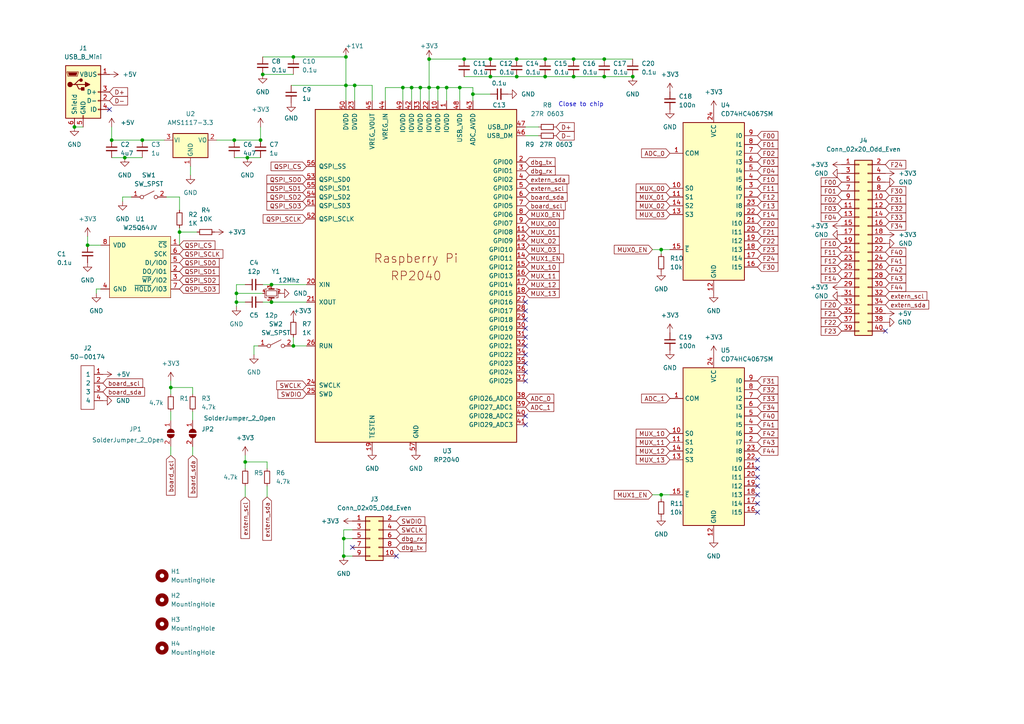
<source format=kicad_sch>
(kicad_sch (version 20211123) (generator eeschema)
  (paper "A4")
  (junction (at 158.115 22.225))
  (junction (at 124.46 25.4))
  (junction (at 100.33 16.51))
  (junction (at 183.515 22.225))
  (junction (at 78.74 82.55))
  (junction (at 137.16 27.305))
  (junction (at 67.945 40.64))
  (junction (at 121.92 25.4))
  (junction (at 127 25.4))
  (junction (at 85.09 100.33))
  (junction (at 71.755 45.72))
  (junction (at 129.54 25.4))
  (junction (at 191.77 72.39))
  (junction (at 166.37 17.145))
  (junction (at 124.46 17.145))
  (junction (at 21.59 36.83))
  (junction (at 149.86 17.145))
  (junction (at 99.695 156.21))
  (junction (at 142.24 22.225))
  (junction (at 142.24 17.145))
  (junction (at 119.38 25.4))
  (junction (at 166.37 22.225))
  (junction (at 36.195 45.72))
  (junction (at 100.33 24.765))
  (junction (at 75.565 40.64))
  (junction (at 99.695 161.29))
  (junction (at 149.86 22.225))
  (junction (at 175.26 17.145))
  (junction (at 191.77 143.51))
  (junction (at 52.07 67.31))
  (junction (at 32.385 40.64))
  (junction (at 41.275 40.64))
  (junction (at 68.58 87.63))
  (junction (at 49.53 112.395))
  (junction (at 116.84 25.4))
  (junction (at 133.35 25.4))
  (junction (at 102.87 24.765))
  (junction (at 175.26 22.225))
  (junction (at 76.2 21.59))
  (junction (at 134.62 17.145))
  (junction (at 85.09 16.51))
  (junction (at 25.4 71.12))
  (junction (at 158.115 17.145))
  (junction (at 68.58 85.09))
  (junction (at 71.12 133.985))
  (junction (at 78.74 87.63))
  (no_connect (at 219.71 135.89))
  (no_connect (at 219.71 143.51))
  (no_connect (at 219.71 133.35))
  (no_connect (at 219.71 138.43))
  (no_connect (at 152.4 87.63))
  (no_connect (at 152.4 90.17))
  (no_connect (at 152.4 92.71))
  (no_connect (at 152.4 95.25))
  (no_connect (at 152.4 97.79))
  (no_connect (at 152.4 100.33))
  (no_connect (at 152.4 102.87))
  (no_connect (at 152.4 105.41))
  (no_connect (at 152.4 107.95))
  (no_connect (at 152.4 110.49))
  (no_connect (at 152.4 120.65))
  (no_connect (at 152.4 123.19))
  (no_connect (at 102.235 158.75))
  (no_connect (at 219.71 140.97))
  (no_connect (at 256.794 96.012))
  (no_connect (at 114.935 161.29))
  (no_connect (at 31.75 31.75))
  (no_connect (at 219.71 148.59))
  (no_connect (at 219.71 146.05))
  (wire (pts (xy 76.2 87.63) (xy 78.74 87.63)))
  (wire (pts (xy 99.695 156.21) (xy 102.235 156.21)))
  (wire (pts (xy 149.86 17.145) (xy 158.115 17.145)))
  (wire (pts (xy 68.58 87.63) (xy 68.58 88.9)))
  (wire (pts (xy 68.58 87.63) (xy 71.12 87.63)))
  (wire (pts (xy 107.95 29.21) (xy 107.95 24.765)))
  (wire (pts (xy 49.53 119.38) (xy 49.53 121.92)))
  (wire (pts (xy 100.33 24.765) (xy 102.87 24.765)))
  (wire (pts (xy 68.58 85.09) (xy 68.58 87.63)))
  (wire (pts (xy 175.26 22.225) (xy 183.515 22.225)))
  (wire (pts (xy 67.945 45.72) (xy 71.755 45.72)))
  (wire (pts (xy 52.07 66.04) (xy 52.07 67.31)))
  (wire (pts (xy 25.4 71.12) (xy 25.4 68.58)))
  (wire (pts (xy 84.455 24.765) (xy 100.33 24.765)))
  (wire (pts (xy 62.865 40.64) (xy 67.945 40.64)))
  (wire (pts (xy 137.16 27.305) (xy 142.24 27.305)))
  (wire (pts (xy 119.38 25.4) (xy 119.38 29.21)))
  (wire (pts (xy 71.755 45.72) (xy 75.565 45.72)))
  (wire (pts (xy 100.33 24.765) (xy 100.33 29.21)))
  (wire (pts (xy 111.76 29.21) (xy 111.76 25.4)))
  (wire (pts (xy 129.54 25.4) (xy 133.35 25.4)))
  (wire (pts (xy 137.16 25.4) (xy 137.16 27.305)))
  (wire (pts (xy 191.77 143.51) (xy 191.77 144.78)))
  (wire (pts (xy 21.59 36.83) (xy 24.13 36.83)))
  (wire (pts (xy 76.2 21.59) (xy 85.09 21.59)))
  (wire (pts (xy 166.37 22.225) (xy 175.26 22.225)))
  (wire (pts (xy 55.88 119.38) (xy 55.88 121.92)))
  (wire (pts (xy 127 25.4) (xy 127 29.21)))
  (wire (pts (xy 124.46 25.4) (xy 124.46 29.21)))
  (wire (pts (xy 68.58 82.55) (xy 68.58 85.09)))
  (wire (pts (xy 137.16 27.305) (xy 137.16 29.21)))
  (wire (pts (xy 158.115 22.225) (xy 166.37 22.225)))
  (wire (pts (xy 116.84 29.21) (xy 116.84 25.4)))
  (wire (pts (xy 52.07 57.15) (xy 48.26 57.15)))
  (wire (pts (xy 133.35 25.4) (xy 137.16 25.4)))
  (wire (pts (xy 142.24 17.145) (xy 149.86 17.145)))
  (wire (pts (xy 55.88 129.54) (xy 55.88 132.08)))
  (wire (pts (xy 49.53 112.395) (xy 49.53 114.3)))
  (wire (pts (xy 149.86 22.225) (xy 158.115 22.225)))
  (wire (pts (xy 41.275 40.64) (xy 47.625 40.64)))
  (wire (pts (xy 49.53 129.54) (xy 49.53 132.08)))
  (wire (pts (xy 119.38 25.4) (xy 121.92 25.4)))
  (wire (pts (xy 32.385 40.64) (xy 41.275 40.64)))
  (wire (pts (xy 36.195 45.72) (xy 41.275 45.72)))
  (wire (pts (xy 76.2 82.55) (xy 78.74 82.55)))
  (wire (pts (xy 166.37 17.145) (xy 175.26 17.145)))
  (wire (pts (xy 99.695 161.29) (xy 99.695 156.21)))
  (wire (pts (xy 35.56 57.15) (xy 38.1 57.15)))
  (wire (pts (xy 73.66 102.87) (xy 73.66 100.33)))
  (wire (pts (xy 121.92 25.4) (xy 121.92 29.21)))
  (wire (pts (xy 77.47 133.985) (xy 71.12 133.985)))
  (wire (pts (xy 75.565 36.83) (xy 75.565 40.64)))
  (wire (pts (xy 158.115 17.145) (xy 166.37 17.145)))
  (wire (pts (xy 27.94 85.09) (xy 27.94 83.82)))
  (wire (pts (xy 152.4 39.37) (xy 156.21 39.37)))
  (wire (pts (xy 55.88 112.395) (xy 49.53 112.395)))
  (wire (pts (xy 121.92 25.4) (xy 124.46 25.4)))
  (wire (pts (xy 77.47 135.89) (xy 77.47 133.985)))
  (wire (pts (xy 52.07 67.31) (xy 57.15 67.31)))
  (wire (pts (xy 76.2 16.51) (xy 85.09 16.51)))
  (wire (pts (xy 99.695 156.21) (xy 99.695 153.67)))
  (wire (pts (xy 134.62 17.145) (xy 142.24 17.145)))
  (wire (pts (xy 134.62 22.225) (xy 142.24 22.225)))
  (wire (pts (xy 194.31 72.39) (xy 191.77 72.39)))
  (wire (pts (xy 124.46 17.145) (xy 124.46 25.4)))
  (wire (pts (xy 71.12 132.08) (xy 71.12 133.985)))
  (wire (pts (xy 194.31 143.51) (xy 191.77 143.51)))
  (wire (pts (xy 55.245 48.26) (xy 55.245 50.8)))
  (wire (pts (xy 71.12 82.55) (xy 68.58 82.55)))
  (wire (pts (xy 133.35 25.4) (xy 133.35 29.21)))
  (wire (pts (xy 102.87 24.765) (xy 102.87 29.21)))
  (wire (pts (xy 100.33 16.51) (xy 85.09 16.51)))
  (wire (pts (xy 142.24 22.225) (xy 149.86 22.225)))
  (wire (pts (xy 71.12 133.985) (xy 71.12 135.89)))
  (wire (pts (xy 78.74 82.55) (xy 88.9 82.55)))
  (wire (pts (xy 129.54 25.4) (xy 129.54 29.21)))
  (wire (pts (xy 67.945 40.64) (xy 75.565 40.64)))
  (wire (pts (xy 88.9 100.33) (xy 85.09 100.33)))
  (wire (pts (xy 124.46 17.145) (xy 134.62 17.145)))
  (wire (pts (xy 111.76 25.4) (xy 116.84 25.4)))
  (wire (pts (xy 189.23 72.39) (xy 191.77 72.39)))
  (wire (pts (xy 191.77 72.39) (xy 191.77 73.66)))
  (wire (pts (xy 52.07 67.31) (xy 52.07 71.12)))
  (wire (pts (xy 152.4 36.83) (xy 156.21 36.83)))
  (wire (pts (xy 71.12 140.97) (xy 71.12 144.145)))
  (wire (pts (xy 32.385 45.72) (xy 36.195 45.72)))
  (wire (pts (xy 49.53 110.49) (xy 49.53 112.395)))
  (wire (pts (xy 100.33 24.765) (xy 100.33 16.51)))
  (wire (pts (xy 73.66 100.33) (xy 74.93 100.33)))
  (wire (pts (xy 55.88 114.3) (xy 55.88 112.395)))
  (wire (pts (xy 127 25.4) (xy 129.54 25.4)))
  (wire (pts (xy 52.07 60.96) (xy 52.07 57.15)))
  (wire (pts (xy 116.84 25.4) (xy 119.38 25.4)))
  (wire (pts (xy 68.58 85.09) (xy 76.2 85.09)))
  (wire (pts (xy 124.46 25.4) (xy 127 25.4)))
  (wire (pts (xy 35.56 58.42) (xy 35.56 57.15)))
  (wire (pts (xy 99.695 153.67) (xy 102.235 153.67)))
  (wire (pts (xy 107.95 24.765) (xy 102.87 24.765)))
  (wire (pts (xy 78.74 87.63) (xy 88.9 87.63)))
  (wire (pts (xy 27.94 83.82) (xy 29.21 83.82)))
  (wire (pts (xy 99.695 161.29) (xy 102.235 161.29)))
  (wire (pts (xy 29.21 71.12) (xy 25.4 71.12)))
  (wire (pts (xy 77.47 140.97) (xy 77.47 144.145)))
  (wire (pts (xy 175.26 17.145) (xy 183.515 17.145)))
  (wire (pts (xy 189.23 143.51) (xy 191.77 143.51)))
  (wire (pts (xy 32.385 36.83) (xy 32.385 40.64)))
  (wire (pts (xy 85.09 100.33) (xy 85.09 97.79)))
  (text "Close to chip" (at 161.925 31.115 0) (effects (font (size 1.27 1.27)) (justify left bottom)))
  (global_label "QSPI_CS" (shape input) (at 52.07 71.12 0) (property "Intersheet References" "${INTERSHEET_REFS}" (effects hide)))
  (global_label "MUX1_EN" (shape input) (at 152.4 74.93 0) (property "Intersheet References" "${INTERSHEET_REFS}" (effects hide)))
  (global_label "SWDIO" (shape input) (at 88.9 114.3 180) (property "Intersheet References" "${INTERSHEET_REFS}" (effects hide)))
  (global_label "ADC_0" (shape input) (at 152.4 115.57 0) (property "Intersheet References" "${INTERSHEET_REFS}" (effects hide)))
  (global_label "F32" (shape input) (at 256.794 60.452 0) (property "Intersheet References" "${INTERSHEET_REFS}" (effects hide)))
  (global_label "MUX_01" (shape input) (at 152.4 67.31 0) (property "Intersheet References" "${INTERSHEET_REFS}" (effects hide)))
  (global_label "F02" (shape input) (at 244.094 57.912 180) (property "Intersheet References" "${INTERSHEET_REFS}" (effects hide)))
  (global_label "MUX_13" (shape input) (at 194.31 133.35 180) (property "Intersheet References" "${INTERSHEET_REFS}" (effects hide)))
  (global_label "MUX_12" (shape input) (at 194.31 130.81 180) (property "Intersheet References" "${INTERSHEET_REFS}" (effects hide)))
  (global_label "QSPI_SD1" (shape input) (at 52.07 78.74 0) (property "Intersheet References" "${INTERSHEET_REFS}" (effects hide)))
  (global_label "F21" (shape input) (at 219.71 67.31 0) (property "Intersheet References" "${INTERSHEET_REFS}" (effects hide)))
  (global_label "F00" (shape input) (at 244.094 52.832 180) (property "Intersheet References" "${INTERSHEET_REFS}" (effects hide)))
  (global_label "F23" (shape input) (at 219.71 72.39 0) (property "Intersheet References" "${INTERSHEET_REFS}" (effects hide)))
  (global_label "MUX_03" (shape input) (at 152.4 72.39 0) (property "Intersheet References" "${INTERSHEET_REFS}" (effects hide)))
  (global_label "F24" (shape input) (at 256.794 47.752 0) (property "Intersheet References" "${INTERSHEET_REFS}" (effects hide)))
  (global_label "F32" (shape input) (at 219.71 113.03 0) (property "Intersheet References" "${INTERSHEET_REFS}" (effects hide)))
  (global_label "MUX_10" (shape input) (at 152.4 77.47 0) (property "Intersheet References" "${INTERSHEET_REFS}" (effects hide)))
  (global_label "extern_sda" (shape input) (at 77.47 144.145 270) (property "Intersheet References" "${INTERSHEET_REFS}" (effects hide)))
  (global_label "MUX1_EN" (shape input) (at 189.23 143.51 180) (property "Intersheet References" "${INTERSHEET_REFS}" (effects hide)))
  (global_label "F11" (shape input) (at 219.71 54.61 0) (property "Intersheet References" "${INTERSHEET_REFS}" (effects hide)))
  (global_label "F41" (shape input) (at 256.794 75.692 0) (property "Intersheet References" "${INTERSHEET_REFS}" (effects hide)))
  (global_label "extern_sda" (shape input) (at 256.794 88.392 0) (property "Intersheet References" "${INTERSHEET_REFS}" (effects hide)))
  (global_label "MUX_12" (shape input) (at 152.4 82.55 0) (property "Intersheet References" "${INTERSHEET_REFS}" (effects hide)))
  (global_label "F40" (shape input) (at 219.71 120.65 0) (property "Intersheet References" "${INTERSHEET_REFS}" (effects hide)))
  (global_label "extern_scl" (shape input) (at 152.4 54.61 0) (property "Intersheet References" "${INTERSHEET_REFS}" (effects hide)))
  (global_label "MUX_13" (shape input) (at 152.4 85.09 0) (property "Intersheet References" "${INTERSHEET_REFS}" (effects hide)))
  (global_label "QSPI_SCLK" (shape input) (at 88.9 63.5 180) (property "Intersheet References" "${INTERSHEET_REFS}" (effects hide)))
  (global_label "F03" (shape input) (at 244.094 60.452 180) (property "Intersheet References" "${INTERSHEET_REFS}" (effects hide)))
  (global_label "QSPI_SD0" (shape input) (at 88.9 52.07 180) (property "Intersheet References" "${INTERSHEET_REFS}" (effects hide)))
  (global_label "F12" (shape input) (at 244.094 75.692 180) (property "Intersheet References" "${INTERSHEET_REFS}" (effects hide)))
  (global_label "F20" (shape input) (at 244.094 88.392 180) (property "Intersheet References" "${INTERSHEET_REFS}" (effects hide)))
  (global_label "F12" (shape input) (at 219.71 57.15 0) (property "Intersheet References" "${INTERSHEET_REFS}" (effects hide)))
  (global_label "extern_scl" (shape input) (at 256.794 85.852 0) (property "Intersheet References" "${INTERSHEET_REFS}" (effects hide)))
  (global_label "MUX0_EN" (shape input) (at 189.23 72.39 180) (property "Intersheet References" "${INTERSHEET_REFS}" (effects hide)))
  (global_label "F02" (shape input) (at 219.71 44.45 0) (property "Intersheet References" "${INTERSHEET_REFS}" (effects hide)))
  (global_label "MUX_01" (shape input) (at 194.31 57.15 180) (property "Intersheet References" "${INTERSHEET_REFS}" (effects hide)))
  (global_label "F34" (shape input) (at 256.794 65.532 0) (property "Intersheet References" "${INTERSHEET_REFS}" (effects hide)))
  (global_label "F33" (shape input) (at 256.794 62.992 0) (property "Intersheet References" "${INTERSHEET_REFS}" (effects hide)))
  (global_label "dbg_rx" (shape input) (at 114.935 156.21 0) (property "Intersheet References" "${INTERSHEET_REFS}" (effects hide)))
  (global_label "F30" (shape input) (at 219.71 77.47 0) (property "Intersheet References" "${INTERSHEET_REFS}" (effects hide)))
  (global_label "QSPI_SD3" (shape input) (at 52.07 83.82 0) (property "Intersheet References" "${INTERSHEET_REFS}" (effects hide)))
  (global_label "F10" (shape input) (at 219.71 52.07 0) (property "Intersheet References" "${INTERSHEET_REFS}" (effects hide)))
  (global_label "ADC_1" (shape input) (at 152.4 118.11 0) (property "Intersheet References" "${INTERSHEET_REFS}" (effects hide)))
  (global_label "ADC_1" (shape input) (at 194.31 115.57 180) (property "Intersheet References" "${INTERSHEET_REFS}" (effects hide)))
  (global_label "F42" (shape input) (at 256.794 78.232 0) (property "Intersheet References" "${INTERSHEET_REFS}" (effects hide)))
  (global_label "D-" (shape input) (at 161.29 39.37 0) (property "Intersheet References" "${INTERSHEET_REFS}" (effects hide)))
  (global_label "F31" (shape input) (at 256.794 57.912 0) (property "Intersheet References" "${INTERSHEET_REFS}" (effects hide)))
  (global_label "F20" (shape input) (at 219.71 64.77 0) (property "Intersheet References" "${INTERSHEET_REFS}" (effects hide)))
  (global_label "F42" (shape input) (at 219.71 125.73 0) (property "Intersheet References" "${INTERSHEET_REFS}" (effects hide)))
  (global_label "F22" (shape input) (at 219.71 69.85 0) (property "Intersheet References" "${INTERSHEET_REFS}" (effects hide)))
  (global_label "MUX_02" (shape input) (at 194.31 59.69 180) (property "Intersheet References" "${INTERSHEET_REFS}" (effects hide)))
  (global_label "dbg_tx" (shape input) (at 114.935 158.75 0) (property "Intersheet References" "${INTERSHEET_REFS}" (effects hide)))
  (global_label "dbg_tx" (shape input) (at 152.4 46.99 0) (property "Intersheet References" "${INTERSHEET_REFS}" (effects hide)))
  (global_label "QSPI_SD1" (shape input) (at 88.9 54.61 180) (property "Intersheet References" "${INTERSHEET_REFS}" (effects hide)))
  (global_label "MUX_00" (shape input) (at 152.4 64.77 0) (property "Intersheet References" "${INTERSHEET_REFS}" (effects hide)))
  (global_label "D-" (shape input) (at 31.75 29.21 0) (property "Intersheet References" "${INTERSHEET_REFS}" (effects hide)))
  (global_label "F01" (shape input) (at 219.71 41.91 0) (property "Intersheet References" "${INTERSHEET_REFS}" (effects hide)))
  (global_label "F44" (shape input) (at 256.794 83.312 0) (property "Intersheet References" "${INTERSHEET_REFS}" (effects hide)))
  (global_label "SWCLK" (shape input) (at 88.9 111.76 180) (property "Intersheet References" "${INTERSHEET_REFS}" (effects hide)))
  (global_label "QSPI_CS" (shape input) (at 88.9 48.26 180) (property "Intersheet References" "${INTERSHEET_REFS}" (effects hide)))
  (global_label "F01" (shape input) (at 244.094 55.372 180) (property "Intersheet References" "${INTERSHEET_REFS}" (effects hide)))
  (global_label "MUX_11" (shape input) (at 152.4 80.01 0) (property "Intersheet References" "${INTERSHEET_REFS}" (effects hide)))
  (global_label "extern_scl" (shape input) (at 71.12 144.145 270) (property "Intersheet References" "${INTERSHEET_REFS}" (effects hide)))
  (global_label "board_scl" (shape input) (at 152.4 59.69 0) (property "Intersheet References" "${INTERSHEET_REFS}" (effects hide)))
  (global_label "F30" (shape input) (at 256.794 55.372 0) (property "Intersheet References" "${INTERSHEET_REFS}" (effects hide)))
  (global_label "MUX_03" (shape input) (at 194.31 62.23 180) (property "Intersheet References" "${INTERSHEET_REFS}" (effects hide)))
  (global_label "F14" (shape input) (at 219.71 62.23 0) (property "Intersheet References" "${INTERSHEET_REFS}" (effects hide)))
  (global_label "F21" (shape input) (at 244.094 90.932 180) (property "Intersheet References" "${INTERSHEET_REFS}" (effects hide)))
  (global_label "MUX_02" (shape input) (at 152.4 69.85 0) (property "Intersheet References" "${INTERSHEET_REFS}" (effects hide)))
  (global_label "SWCLK" (shape input) (at 114.935 153.67 0) (property "Intersheet References" "${INTERSHEET_REFS}" (effects hide)))
  (global_label "F40" (shape input) (at 256.794 73.152 0) (property "Intersheet References" "${INTERSHEET_REFS}" (effects hide)))
  (global_label "D+" (shape input) (at 161.29 36.83 0) (property "Intersheet References" "${INTERSHEET_REFS}" (effects hide)))
  (global_label "F13" (shape input) (at 219.71 59.69 0) (property "Intersheet References" "${INTERSHEET_REFS}" (effects hide)))
  (global_label "F03" (shape input) (at 219.71 46.99 0) (property "Intersheet References" "${INTERSHEET_REFS}" (effects hide)))
  (global_label "board_sda" (shape input) (at 152.4 57.15 0) (property "Intersheet References" "${INTERSHEET_REFS}" (effects hide)))
  (global_label "F41" (shape input) (at 219.71 123.19 0) (property "Intersheet References" "${INTERSHEET_REFS}" (effects hide)))
  (global_label "F00" (shape input) (at 219.71 39.37 0) (property "Intersheet References" "${INTERSHEET_REFS}" (effects hide)))
  (global_label "F23" (shape input) (at 244.094 96.012 180) (property "Intersheet References" "${INTERSHEET_REFS}" (effects hide)))
  (global_label "F13" (shape input) (at 244.094 78.232 180) (property "Intersheet References" "${INTERSHEET_REFS}" (effects hide)))
  (global_label "F14" (shape input) (at 244.094 80.772 180) (property "Intersheet References" "${INTERSHEET_REFS}" (effects hide)))
  (global_label "QSPI_SD0" (shape input) (at 52.07 76.2 0) (property "Intersheet References" "${INTERSHEET_REFS}" (effects hide)))
  (global_label "F24" (shape input) (at 219.71 74.93 0) (property "Intersheet References" "${INTERSHEET_REFS}" (effects hide)))
  (global_label "board_sda" (shape input) (at 55.88 132.08 270) (property "Intersheet References" "${INTERSHEET_REFS}" (effects hide)))
  (global_label "F10" (shape input) (at 244.094 70.612 180) (property "Intersheet References" "${INTERSHEET_REFS}" (effects hide)))
  (global_label "MUX_11" (shape input) (at 194.31 128.27 180) (property "Intersheet References" "${INTERSHEET_REFS}" (effects hide)))
  (global_label "SWDIO" (shape input) (at 114.935 151.13 0) (property "Intersheet References" "${INTERSHEET_REFS}" (effects hide)))
  (global_label "F43" (shape input) (at 256.794 80.772 0) (property "Intersheet References" "${INTERSHEET_REFS}" (effects hide)))
  (global_label "QSPI_SD3" (shape input) (at 88.9 59.69 180) (property "Intersheet References" "${INTERSHEET_REFS}" (effects hide)))
  (global_label "board_scl" (shape input) (at 49.53 132.08 270) (property "Intersheet References" "${INTERSHEET_REFS}" (effects hide)))
  (global_label "MUX_10" (shape input) (at 194.31 125.73 180) (property "Intersheet References" "${INTERSHEET_REFS}" (effects hide)))
  (global_label "board_sda" (shape input) (at 29.845 113.665 0) (property "Intersheet References" "${INTERSHEET_REFS}" (effects hide)))
  (global_label "F44" (shape input) (at 219.71 130.81 0) (property "Intersheet References" "${INTERSHEET_REFS}" (effects hide)))
  (global_label "F43" (shape input) (at 219.71 128.27 0) (property "Intersheet References" "${INTERSHEET_REFS}" (effects hide)))
  (global_label "extern_sda" (shape input) (at 152.4 52.07 0) (property "Intersheet References" "${INTERSHEET_REFS}" (effects hide)))
  (global_label "D+" (shape input) (at 31.75 26.67 0) (property "Intersheet References" "${INTERSHEET_REFS}" (effects hide)))
  (global_label "ADC_0" (shape input) (at 194.31 44.45 180) (property "Intersheet References" "${INTERSHEET_REFS}" (effects hide)))
  (global_label "F11" (shape input) (at 244.094 73.152 180) (property "Intersheet References" "${INTERSHEET_REFS}" (effects hide)))
  (global_label "MUX_00" (shape input) (at 194.31 54.61 180) (property "Intersheet References" "${INTERSHEET_REFS}" (effects hide)))
  (global_label "QSPI_SD2" (shape input) (at 52.07 81.28 0) (property "Intersheet References" "${INTERSHEET_REFS}" (effects hide)))
  (global_label "QSPI_SD2" (shape input) (at 88.9 57.15 180) (property "Intersheet References" "${INTERSHEET_REFS}" (effects hide)))
  (global_label "F33" (shape input) (at 219.71 115.57 0) (property "Intersheet References" "${INTERSHEET_REFS}" (effects hide)))
  (global_label "F04" (shape input) (at 244.094 62.992 180) (property "Intersheet References" "${INTERSHEET_REFS}" (effects hide)))
  (global_label "F04" (shape input) (at 219.71 49.53 0) (property "Intersheet References" "${INTERSHEET_REFS}" (effects hide)))
  (global_label "F31" (shape input) (at 219.71 110.49 0) (property "Intersheet References" "${INTERSHEET_REFS}" (effects hide)))
  (global_label "QSPI_SCLK" (shape input) (at 52.07 73.66 0) (property "Intersheet References" "${INTERSHEET_REFS}" (effects hide)))
  (global_label "MUX0_EN" (shape input) (at 152.4 62.23 0) (property "Intersheet References" "${INTERSHEET_REFS}" (effects hide)))
  (global_label "F34" (shape input) (at 219.71 118.11 0) (property "Intersheet References" "${INTERSHEET_REFS}" (effects hide)))
  (global_label "F22" (shape input) (at 244.094 93.472 180) (property "Intersheet References" "${INTERSHEET_REFS}" (effects hide)))
  (global_label "dbg_rx" (shape input) (at 152.4 49.53 0) (property "Intersheet References" "${INTERSHEET_REFS}" (effects hide)))
  (global_label "board_scl" (shape input) (at 29.845 111.125 0) (property "Intersheet References" "${INTERSHEET_REFS}" (effects hide)))
  (symbol (lib_id "power:GND") (at 36.195 45.72 0) (unit 1)
    (property "Reference" "#PWR010" (effects hide))
    (property "Value" "GND" (at 36.195 50.8 0))
  )
  (symbol (lib_id "power:GND") (at 256.794 70.612 90) (mirror x) (unit 1)
    (property "Reference" "#PWR049" (effects hide))
    (property "Value" "GND" (at 260.604 70.6119 90) (effects (justify right)))
  )
  (symbol (lib_id "power:GND") (at 194.31 101.6 0) (unit 1)
    (property "Reference" "#PWR035" (effects hide))
    (property "Value" "GND" (at 194.31 106.68 0))
  )
  (symbol (lib_id "Device:C_Small") (at 183.515 19.685 0) (unit 1)
    (property "Reference" "C20" (at 186.055 18.4212 0) (effects (justify left)))
    (property "Value" "0.1u" (at 186.055 20.9612 0) (effects (justify left)))
    (property "Footprint" "Capacitor_SMD:C_0402_1005Metric" (effects hide))
  )
  (symbol (lib_id "power:+3.3V") (at 244.094 65.532 90) (mirror x) (unit 1)
    (property "Reference" "#PWR042" (effects hide))
    (property "Value" "+3.3V" (at 240.284 65.5319 90) (effects (justify left)))
  )
  (symbol (lib_id "Device:Crystal_GND24_Small") (at 78.74 85.09 90) (unit 1)
    (property "Reference" "Y1" (at 80.01 78.74 90))
    (property "Value" "12Mhz" (at 83.82 81.28 90))
    (property "Footprint" "Crystal:Crystal_SMD_3225-4Pin_3.2x2.5mm" (effects hide))
  )
  (symbol (lib_id "power:GND") (at 147.32 27.305 90) (unit 1)
    (property "Reference" "#PWR028" (effects hide))
    (property "Value" "GND" (at 151.13 27.3049 90) (effects (justify right)))
  )
  (symbol (lib_id "power:GND") (at 25.4 76.2 0) (unit 1)
    (property "Reference" "#PWR03" (effects hide))
    (property "Value" "GND" (at 25.4 81.28 0))
  )
  (symbol (lib_id "power:+3.3V") (at 75.565 36.83 0) (unit 1)
    (property "Reference" "#PWR020" (effects hide))
    (property "Value" "+3.3V" (at 75.565 31.75 0))
  )
  (symbol (lib_id "Device:R_Small") (at 59.69 67.31 90) (unit 1)
    (property "Reference" "R4" (at 59.69 60.96 90))
    (property "Value" "10K" (at 59.69 63.5 90))
    (property "Footprint" "Resistor_SMD:R_0402_1005Metric" (effects hide))
  )
  (symbol (lib_id "74xx:CD74HC4067SM") (at 207.01 57.15 0) (unit 1)
    (property "Reference" "U4" (at 209.0294 30.48 0) (effects (justify left)))
    (property "Value" "CD74HC4067SM" (at 209.0294 33.02 0) (effects (justify left)))
    (property "Footprint" "Package_SO:SSOP-24_5.3x8.2mm_P0.65mm" (effects hide))
    (property "Datasheet" "http://www.ti.com/lit/ds/symlink/cd74hc4067.pdf" (effects hide))
  )
  (symbol (lib_id "power:GND") (at 29.845 116.205 90) (unit 1)
    (property "Reference" "#PWR06" (effects hide))
    (property "Value" "GND" (at 33.655 116.2049 90) (effects (justify right)))
  )
  (symbol (lib_id "power:+3.3V") (at 85.09 92.71 0) (unit 1)
    (property "Reference" "#PWR019" (effects hide))
    (property "Value" "+3.3V" (at 85.09 90.17 0) (effects (justify left)))
  )
  (symbol (lib_id "Mechanical:MountingHole") (at 46.99 187.96 0) (unit 1)
    (property "Reference" "H4" (at 49.53 186.6899 0) (effects (justify left)))
    (property "Value" "MountingHole" (at 49.53 189.2299 0) (effects (justify left)))
    (property "Footprint" "MountingHole:MountingHole_3.2mm_M3" (effects hide))
  )
  (symbol (lib_id "power:+3.3V") (at 256.794 68.072 270) (unit 1)
    (property "Reference" "#PWR048" (effects hide))
    (property "Value" "+3.3V" (at 260.604 68.0719 90) (effects (justify left)))
  )
  (symbol (lib_id "power:GND") (at 76.2 21.59 0) (unit 1)
    (property "Reference" "#PWR022" (effects hide))
    (property "Value" "GND" (at 76.2 26.67 0))
  )
  (symbol (lib_id "power:GND") (at 256.794 93.472 90) (mirror x) (unit 1)
    (property "Reference" "#PWR051" (effects hide))
    (property "Value" "GND" (at 264.414 93.472 90) (effects (justify left)))
  )
  (symbol (lib_id "Connector:USB_B_Mini") (at 24.13 26.67 0) (unit 1)
    (property "Reference" "J1" (at 24.13 13.97 0))
    (property "Value" "USB_B_Mini" (at 24.13 16.51 0))
    (property "Footprint" "Connector_USB:USB_Micro-B_Molex-105017-0001" (effects hide))
  )
  (symbol (lib_id "Device:C_Small") (at 175.26 19.685 0) (unit 1)
    (property "Reference" "C17" (at 177.8 18.4212 0) (effects (justify left)))
    (property "Value" "0.1u" (at 177.8 20.9612 0) (effects (justify left)))
    (property "Footprint" "Capacitor_SMD:C_0402_1005Metric" (effects hide))
  )
  (symbol (lib_id "Switch:SW_SPST") (at 43.18 57.15 0) (unit 1)
    (property "Reference" "SW1" (at 43.18 50.8 0))
    (property "Value" "SW_SPST" (at 43.18 53.34 0))
    (property "Footprint" "local:SW_TS-1187A-B-A-B" (effects hide))
  )
  (symbol (lib_id "power:GND") (at 73.66 102.87 0) (unit 1)
    (property "Reference" "#PWR016" (effects hide))
    (property "Value" "GND" (at 73.66 107.95 0))
  )
  (symbol (lib_id "Device:C_Small") (at 149.86 19.685 0) (unit 1)
    (property "Reference" "C14" (at 152.4 18.4212 0) (effects (justify left)))
    (property "Value" "0.1u" (at 152.4 20.9612 0) (effects (justify left)))
    (property "Footprint" "Capacitor_SMD:C_0402_1005Metric" (effects hide))
  )
  (symbol (lib_id "power:GND") (at 27.94 85.09 0) (unit 1)
    (property "Reference" "#PWR04" (effects hide))
    (property "Value" "GND" (at 27.94 90.17 0))
  )
  (symbol (lib_id "power:GND") (at 68.58 88.9 0) (unit 1)
    (property "Reference" "#PWR014" (effects hide))
    (property "Value" "GND" (at 68.58 93.98 0))
  )
  (symbol (lib_id "MCU_RaspberryPi_and_Boards:RP2040") (at 120.65 80.01 0) (unit 1)
    (property "Reference" "U3" (at 128.27 130.81 0) (effects (justify left)))
    (property "Value" "RP2040" (at 125.73 133.35 0) (effects (justify left)))
    (property "Footprint" "MCU_RaspberryPi_and_Boards:RP2040-QFN-56" (effects hide))
  )
  (symbol (lib_id "74xx:CD74HC4067SM") (at 207.01 128.27 0) (unit 1)
    (property "Reference" "U5" (at 209.0294 101.6 0) (effects (justify left)))
    (property "Value" "CD74HC4067SM" (at 209.0294 104.14 0) (effects (justify left)))
    (property "Footprint" "Package_SO:SSOP-24_5.3x8.2mm_P0.65mm" (effects hide))
    (property "Datasheet" "http://www.ti.com/lit/ds/symlink/cd74hc4067.pdf" (effects hide))
  )
  (symbol (lib_id "power:GND") (at 244.094 68.072 270) (unit 1)
    (property "Reference" "#PWR043" (effects hide))
    (property "Value" "GND" (at 240.284 68.0719 90) (effects (justify right)))
  )
  (symbol (lib_id "power:GND") (at 84.455 29.845 0) (unit 1)
    (property "Reference" "#PWR024" (effects hide))
    (property "Value" "GND" (at 84.455 34.29 0))
  )
  (symbol (lib_id "Device:R_Small") (at 191.77 147.32 0) (unit 1)
    (property "Reference" "R11" (at 194.31 146.0499 0) (effects (justify left)))
    (property "Value" "10k" (at 194.31 148.5899 0) (effects (justify left)))
    (property "Footprint" "Resistor_SMD:R_0402_1005Metric" (effects hide))
  )
  (symbol (lib_id "Device:C_Small") (at 84.455 27.305 0) (unit 1)
    (property "Reference" "C9" (at 87.63 26.0412 0) (effects (justify left)))
    (property "Value" "1u" (at 87.63 28.5812 0) (effects (justify left)))
    (property "Footprint" "Capacitor_SMD:C_0603_1608Metric" (effects hide))
  )
  (symbol (lib_id "Device:C_Small") (at 25.4 73.66 0) (unit 1)
    (property "Reference" "C1" (at 16.51 73.66 0) (effects (justify left)))
    (property "Value" "0.1u" (at 16.51 76.2 0) (effects (justify left)))
    (property "Footprint" "Capacitor_SMD:C_0402_1005Metric" (effects hide))
  )
  (symbol (lib_id "Device:C_Small") (at 144.78 27.305 90) (unit 1)
    (property "Reference" "C13" (at 144.78 30.48 90))
    (property "Value" "0.1u" (at 144.78 24.13 90))
    (property "Footprint" "Capacitor_SMD:C_0402_1005Metric" (effects hide))
  )
  (symbol (lib_id "power:+5V") (at 256.794 90.932 270) (mirror x) (unit 1)
    (property "Reference" "#PWR050" (effects hide))
    (property "Value" "+5V" (at 264.414 90.932 90) (effects (justify right)))
  )
  (symbol (lib_id "power:GND") (at 81.28 85.09 90) (unit 1)
    (property "Reference" "#PWR017" (effects hide))
    (property "Value" "GND" (at 85.09 85.0899 90) (effects (justify right)))
  )
  (symbol (lib_id "Device:C_Small") (at 67.945 43.18 0) (unit 1)
    (property "Reference" "C6" (at 70.485 41.9162 0) (effects (justify left)))
    (property "Value" "4u7" (at 70.485 44.4562 0) (effects (justify left)))
    (property "Footprint" "Capacitor_SMD:C_0603_1608Metric" (effects hide))
  )
  (symbol (lib_id "Connector_Generic:Conn_02x20_Odd_Even") (at 249.174 70.612 0) (unit 1)
    (property "Reference" "J4" (at 250.444 40.767 0))
    (property "Value" "Conn_02x20_Odd_Even" (at 250.444 43.307 0))
    (property "Footprint" "Connector_PinSocket_2.54mm:PinSocket_2x20_P2.54mm_Vertical" (effects hide))
  )
  (symbol (lib_id "power:GND") (at 71.755 45.72 0) (unit 1)
    (property "Reference" "#PWR018" (effects hide))
    (property "Value" "GND" (at 71.755 50.8 0))
  )
  (symbol (lib_id "power:+1V1") (at 100.33 16.51 0) (unit 1)
    (property "Reference" "#PWR0101" (effects hide))
    (property "Value" "+1V1" (at 102.87 13.335 0))
  )
  (symbol (lib_id "Device:C_Small") (at 41.275 43.18 0) (unit 1)
    (property "Reference" "C3" (at 43.815 41.9162 0) (effects (justify left)))
    (property "Value" "1u" (at 43.815 44.4562 0) (effects (justify left)))
    (property "Footprint" "Capacitor_SMD:C_0603_1608Metric" (effects hide))
  )
  (symbol (lib_id "power:GND") (at 244.094 50.292 270) (unit 1)
    (property "Reference" "#PWR041" (effects hide))
    (property "Value" "GND" (at 240.284 50.2919 90) (effects (justify right)))
  )
  (symbol (lib_id "Device:R_Small") (at 52.07 63.5 0) (unit 1)
    (property "Reference" "R2" (at 54.61 62.2299 0) (effects (justify left)))
    (property "Value" "1K" (at 54.61 64.7699 0) (effects (justify left)))
    (property "Footprint" "Resistor_SMD:R_0402_1005Metric" (effects hide))
  )
  (symbol (lib_id "power:+5V") (at 31.75 21.59 270) (unit 1)
    (property "Reference" "#PWR07" (effects hide))
    (property "Value" "+5V" (at 35.56 21.5899 90) (effects (justify left)))
  )
  (symbol (lib_id "power:+3.3V") (at 244.094 47.752 90) (mirror x) (unit 1)
    (property "Reference" "#PWR040" (effects hide))
    (property "Value" "+3.3V" (at 240.284 47.7519 90) (effects (justify left)))
  )
  (symbol (lib_id "Jumper:SolderJumper_2_Open") (at 55.88 125.73 270) (unit 1)
    (property "Reference" "JP2" (at 58.42 124.4599 90) (effects (justify left)))
    (property "Value" "SolderJumper_2_Open" (at 59.055 121.285 90) (effects (justify left)))
    (property "Footprint" "Jumper:SolderJumper-2_P1.3mm_Open_TrianglePad1.0x1.5mm" (effects hide))
  )
  (symbol (lib_id "power:+3.3V") (at 194.31 26.67 0) (unit 1)
    (property "Reference" "#PWR032" (effects hide))
    (property "Value" "+3.3V" (at 194.31 21.59 0))
  )
  (symbol (lib_id "Device:R_Small") (at 191.77 76.2 0) (unit 1)
    (property "Reference" "R10" (at 194.31 74.9299 0) (effects (justify left)))
    (property "Value" "10k" (at 194.31 77.4699 0) (effects (justify left)))
    (property "Footprint" "Resistor_SMD:R_0402_1005Metric" (effects hide))
  )
  (symbol (lib_id "Memory_Flash_Extra:W25Q64JV") (at 40.64 77.47 0) (unit 1)
    (property "Reference" "U1" (at 40.64 63.5 0))
    (property "Value" "W25Q64JV" (at 40.64 66.04 0))
    (property "Footprint" "Package_SON:WSON-8-1EP_6x5mm_P1.27mm_EP3.4x4mm" (effects hide))
  )
  (symbol (lib_id "Jumper:SolderJumper_2_Open") (at 49.53 125.73 270) (unit 1)
    (property "Reference" "JP1" (at 37.465 124.46 90) (effects (justify left)))
    (property "Value" "SolderJumper_2_Open" (at 26.67 127.635 90) (effects (justify left)))
    (property "Footprint" "Jumper:SolderJumper-2_P1.3mm_Open_TrianglePad1.0x1.5mm" (effects hide))
  )
  (symbol (lib_id "Device:R_Small") (at 55.88 116.84 0) (unit 1)
    (property "Reference" "R3" (at 58.42 115.5699 0) (effects (justify left)))
    (property "Value" "4.7k" (at 58.42 118.1099 0) (effects (justify left)))
    (property "Footprint" "Resistor_SMD:R_0402_1005Metric" (effects hide))
  )
  (symbol (lib_id "Mechanical:MountingHole") (at 46.99 167.005 0) (unit 1)
    (property "Reference" "H1" (at 49.53 165.7349 0) (effects (justify left)))
    (property "Value" "MountingHole" (at 49.53 168.2749 0) (effects (justify left)))
    (property "Footprint" "MountingHole:MountingHole_3.2mm_M3" (effects hide))
  )
  (symbol (lib_id "power:GND") (at 207.01 85.09 0) (unit 1)
    (property "Reference" "#PWR037" (effects hide))
    (property "Value" "GND" (at 207.01 90.17 0))
  )
  (symbol (lib_id "Device:C_Small") (at 142.24 19.685 0) (unit 1)
    (property "Reference" "C12" (at 144.78 18.4212 0) (effects (justify left)))
    (property "Value" "0.1u" (at 144.78 20.9612 0) (effects (justify left)))
    (property "Footprint" "Capacitor_SMD:C_0402_1005Metric" (effects hide))
  )
  (symbol (lib_id "power:+3.3V") (at 62.23 67.31 270) (unit 1)
    (property "Reference" "#PWR012" (effects hide))
    (property "Value" "+3.3V" (at 66.04 67.3099 90) (effects (justify left)))
  )
  (symbol (lib_id "power:+3.3V") (at 124.46 17.145 0) (unit 1)
    (property "Reference" "#PWR027" (effects hide))
    (property "Value" "+3.3V" (at 124.46 13.335 0))
  )
  (symbol (lib_id "Device:C_Small") (at 73.66 87.63 90) (unit 1)
    (property "Reference" "C5" (at 73.66 91.44 90))
    (property "Value" "12p" (at 78.74 91.44 90))
    (property "Footprint" "Capacitor_SMD:C_0402_1005Metric" (effects hide))
  )
  (symbol (lib_id "misc:50-00174") (at 29.845 104.775 0) (unit 1)
    (property "Reference" "J2" (at 25.4 100.965 0))
    (property "Value" "50-00174" (at 25.4 103.505 0))
    (property "Footprint" "misc:54-00174" (effects hide))
  )
  (symbol (lib_id "power:GND") (at 120.65 130.81 0) (unit 1)
    (property "Reference" "#PWR026" (effects hide))
    (property "Value" "GND" (at 120.65 135.89 0))
  )
  (symbol (lib_id "Connector_Generic:Conn_02x05_Odd_Even") (at 107.315 156.21 0) (unit 1)
    (property "Reference" "J3" (at 108.585 144.78 0))
    (property "Value" "Conn_02x05_Odd_Even" (at 108.585 147.32 0))
    (property "Footprint" "Connector:Tag-Connect_TC2050-IDC-NL_2x05_P1.27mm_Vertical" (effects hide))
  )
  (symbol (lib_id "power:+3.3V") (at 71.12 132.08 0) (unit 1)
    (property "Reference" "#PWR015" (effects hide))
    (property "Value" "+3.3V" (at 71.12 127 0))
  )
  (symbol (lib_id "Device:R_Small") (at 158.75 39.37 90) (unit 1)
    (property "Reference" "R9" (at 153.67 41.91 90))
    (property "Value" "27R 0603" (at 161.29 41.91 90))
    (property "Footprint" "Resistor_SMD:R_0603_1608Metric" (effects hide))
  )
  (symbol (lib_id "Device:C_Small") (at 134.62 19.685 0) (unit 1)
    (property "Reference" "C11" (at 137.16 18.4212 0) (effects (justify left)))
    (property "Value" "0.1u" (at 137.16 20.9612 0) (effects (justify left)))
    (property "Footprint" "Capacitor_SMD:C_0402_1005Metric" (effects hide))
  )
  (symbol (lib_id "power:+5V") (at 32.385 36.83 0) (unit 1)
    (property "Reference" "#PWR09" (effects hide))
    (property "Value" "+5V" (at 34.925 35.5599 0) (effects (justify left)))
  )
  (symbol (lib_id "power:+3.3V") (at 207.01 31.75 0) (unit 1)
    (property "Reference" "#PWR036" (effects hide))
    (property "Value" "+3.3V" (at 207.01 26.67 0))
  )
  (symbol (lib_id "power:GND") (at 55.245 50.8 0) (unit 1)
    (property "Reference" "#PWR013" (effects hide))
    (property "Value" "GND" (at 55.245 55.88 0))
  )
  (symbol (lib_id "power:GND") (at 207.01 156.21 0) (unit 1)
    (property "Reference" "#PWR039" (effects hide))
    (property "Value" "GND" (at 207.01 161.29 0))
  )
  (symbol (lib_id "Device:R_Small") (at 49.53 116.84 0) (unit 1)
    (property "Reference" "R1" (at 52.07 115.5699 0) (effects (justify left)))
    (property "Value" "4.7k" (at 43.18 116.84 0) (effects (justify left)))
    (property "Footprint" "Resistor_SMD:R_0402_1005Metric" (effects hide))
  )
  (symbol (lib_id "Device:C_Small") (at 76.2 19.05 0) (unit 1)
    (property "Reference" "C8" (at 78.74 17.7862 0) (effects (justify left)))
    (property "Value" "0.1u" (at 78.74 20.3262 0) (effects (justify left)))
    (property "Footprint" "Capacitor_SMD:C_0402_1005Metric" (effects hide))
  )
  (symbol (lib_id "power:+3.3V") (at 49.53 110.49 0) (unit 1)
    (property "Reference" "#PWR011" (effects hide))
    (property "Value" "+3.3V" (at 49.53 105.41 0))
  )
  (symbol (lib_id "Device:R_Small") (at 71.12 138.43 0) (unit 1)
    (property "Reference" "R5" (at 73.66 137.1599 0) (effects (justify left)))
    (property "Value" "4.7k" (at 64.77 138.43 0) (effects (justify left)))
    (property "Footprint" "Resistor_SMD:R_0402_1005Metric" (effects hide))
  )
  (symbol (lib_id "power:GND") (at 191.77 149.86 0) (unit 1)
    (property "Reference" "#PWR031" (effects hide))
    (property "Value" "GND" (at 191.77 154.94 0))
  )
  (symbol (lib_id "power:GND") (at 99.695 161.29 0) (unit 1)
    (property "Reference" "#PWR021" (effects hide))
    (property "Value" "GND" (at 99.695 166.37 0))
  )
  (symbol (lib_id "Device:C_Small") (at 75.565 43.18 0) (unit 1)
    (property "Reference" "C7" (at 78.105 41.9162 0) (effects (justify left)))
    (property "Value" "1u" (at 78.105 44.4562 0) (effects (justify left)))
    (property "Footprint" "Capacitor_SMD:C_0603_1608Metric" (effects hide))
  )
  (symbol (lib_id "power:GND") (at 256.794 52.832 90) (mirror x) (unit 1)
    (property "Reference" "#PWR047" (effects hide))
    (property "Value" "GND" (at 260.604 52.8319 90) (effects (justify right)))
  )
  (symbol (lib_id "Device:C_Small") (at 166.37 19.685 0) (unit 1)
    (property "Reference" "C16" (at 168.91 18.4212 0) (effects (justify left)))
    (property "Value" "0.1u" (at 168.91 20.9612 0) (effects (justify left)))
    (property "Footprint" "Capacitor_SMD:C_0402_1005Metric" (effects hide))
  )
  (symbol (lib_id "power:+3.3V") (at 25.4 68.58 0) (unit 1)
    (property "Reference" "#PWR02" (effects hide))
    (property "Value" "+3.3V" (at 25.4 63.5 0))
  )
  (symbol (lib_id "Device:C_Small") (at 194.31 99.06 0) (unit 1)
    (property "Reference" "C19" (at 196.85 97.7962 0) (effects (justify left)))
    (property "Value" "100n" (at 196.85 100.3362 0) (effects (justify left)))
    (property "Footprint" "Capacitor_SMD:C_0402_1005Metric" (effects hide))
  )
  (symbol (lib_id "power:+3.3V") (at 244.094 83.312 90) (mirror x) (unit 1)
    (property "Reference" "#PWR044" (effects hide))
    (property "Value" "+3.3V" (at 240.284 83.3119 90) (effects (justify left)))
  )
  (symbol (lib_id "Device:R_Small") (at 158.75 36.83 90) (unit 1)
    (property "Reference" "R8" (at 158.75 30.48 90))
    (property "Value" "27R 0603" (at 158.75 33.02 90))
    (property "Footprint" "Resistor_SMD:R_0603_1608Metric" (effects hide))
  )
  (symbol (lib_id "Device:C_Small") (at 73.66 82.55 90) (unit 1)
    (property "Reference" "C4" (at 73.6663 76.2 90))
    (property "Value" "12p" (at 73.6663 78.74 90))
    (property "Footprint" "Capacitor_SMD:C_0402_1005Metric" (effects hide))
  )
  (symbol (lib_id "power:+3.3V") (at 194.31 96.52 0) (unit 1)
    (property "Reference" "#PWR034" (effects hide))
    (property "Value" "+3.3V" (at 194.31 91.44 0))
  )
  (symbol (lib_id "power:GND") (at 107.95 130.81 0) (unit 1)
    (property "Reference" "#PWR025" (effects hide))
    (property "Value" "GND" (at 107.95 135.89 0))
  )
  (symbol (lib_id "power:GND") (at 21.59 36.83 0) (unit 1)
    (property "Reference" "#PWR01" (effects hide))
    (property "Value" "GND" (at 21.59 41.91 0))
  )
  (symbol (lib_id "Device:C_Small") (at 85.09 19.05 0) (unit 1)
    (property "Reference" "C10" (at 87.63 17.7862 0) (effects (justify left)))
    (property "Value" "0.1u" (at 87.63 20.3262 0) (effects (justify left)))
    (property "Footprint" "Capacitor_SMD:C_0402_1005Metric" (effects hide))
  )
  (symbol (lib_id "Device:C_Small") (at 158.115 19.685 0) (unit 1)
    (property "Reference" "C15" (at 160.655 18.4212 0) (effects (justify left)))
    (property "Value" "0.1u" (at 160.655 20.9612 0) (effects (justify left)))
    (property "Footprint" "Capacitor_SMD:C_0402_1005Metric" (effects hide))
  )
  (symbol (lib_id "Device:R_Small") (at 77.47 138.43 0) (unit 1)
    (property "Reference" "R6" (at 80.01 137.1599 0) (effects (justify left)))
    (property "Value" "4.7k" (at 80.01 139.6999 0) (effects (justify left)))
    (property "Footprint" "Resistor_SMD:R_0402_1005Metric" (effects hide))
  )
  (symbol (lib_id "Regulator_Linear:AMS1117-3.3") (at 55.245 40.64 0) (unit 1)
    (property "Reference" "U2" (at 55.245 33.02 0))
    (property "Value" "AMS1117-3.3" (at 55.245 35.56 0))
    (property "Footprint" "Package_TO_SOT_SMD:SOT-223-3_TabPin2" (effects hide))
    (property "Datasheet" "http://www.advanced-monolithic.com/pdf/ds1117.pdf" (effects hide))
  )
  (symbol (lib_id "Device:C_Small") (at 32.385 43.18 0) (unit 1)
    (property "Reference" "C2" (at 34.925 41.9162 0) (effects (justify left)))
    (property "Value" "4u7" (at 34.925 44.4562 0) (effects (justify left)))
    (property "Footprint" "Capacitor_SMD:C_0603_1608Metric" (effects hide))
  )
  (symbol (lib_id "power:GND") (at 183.515 22.225 0) (unit 1)
    (property "Reference" "#PWR029" (effects hide))
    (property "Value" "GND" (at 183.515 27.305 0))
  )
  (symbol (lib_id "power:GND") (at 244.094 85.852 270) (unit 1)
    (property "Reference" "#PWR045" (effects hide))
    (property "Value" "GND" (at 240.284 85.8519 90) (effects (justify right)))
  )
  (symbol (lib_id "power:+3.3V") (at 207.01 102.87 0) (unit 1)
    (property "Reference" "#PWR038" (effects hide))
    (property "Value" "+3.3V" (at 207.01 97.79 0))
  )
  (symbol (lib_id "power:+5V") (at 29.845 108.585 270) (unit 1)
    (property "Reference" "#PWR05" (effects hide))
    (property "Value" "+5V" (at 33.655 108.5849 90) (effects (justify left)))
  )
  (symbol (lib_id "Switch:SW_SPST") (at 80.01 100.33 0) (unit 1)
    (property "Reference" "SW2" (at 80.01 93.98 0))
    (property "Value" "SW_SPST" (at 80.01 96.52 0))
    (property "Footprint" "local:SW_TS-1187A-B-A-B" (effects hide))
  )
  (symbol (lib_id "power:+3.3V") (at 102.235 151.13 90) (unit 1)
    (property "Reference" "#PWR023" (effects hide))
    (property "Value" "+3.3V" (at 98.425 151.1299 90) (effects (justify left)))
  )
  (symbol (lib_id "power:GND") (at 191.77 78.74 0) (unit 1)
    (property "Reference" "#PWR030" (effects hide))
    (property "Value" "GND" (at 191.77 83.82 0))
  )
  (symbol (lib_id "Mechanical:MountingHole") (at 46.99 180.975 0) (unit 1)
    (property "Reference" "H3" (at 49.53 179.7049 0) (effects (justify left)))
    (property "Value" "MountingHole" (at 49.53 182.2449 0) (effects (justify left)))
    (property "Footprint" "MountingHole:MountingHole_3.2mm_M3" (effects hide))
  )
  (symbol (lib_id "power:GND") (at 35.56 58.42 0) (unit 1)
    (property "Reference" "#PWR08" (effects hide))
    (property "Value" "GND" (at 35.56 63.5 0))
  )
  (symbol (lib_id "power:+3.3V") (at 256.794 50.292 270) (unit 1)
    (property "Reference" "#PWR046" (effects hide))
    (property "Value" "+3.3V" (at 260.604 50.2919 90) (effects (justify left)))
  )
  (symbol (lib_id "Device:C_Small") (at 194.31 29.21 0) (unit 1)
    (property "Reference" "C18" (at 196.85 27.9462 0) (effects (justify left)))
    (property "Value" "100n" (at 196.85 30.4862 0) (effects (justify left)))
    (property "Footprint" "Capacitor_SMD:C_0402_1005Metric" (effects hide))
  )
  (symbol (lib_id "Device:R_Small") (at 85.09 95.25 0) (unit 1)
    (property "Reference" "R7" (at 87.63 93.9799 0) (effects (justify left)))
    (property "Value" "1K" (at 87.63 96.5199 0) (effects (justify left)))
    (property "Footprint" "Resistor_SMD:R_0402_1005Metric" (effects hide))
  )
  (symbol (lib_id "Mechanical:MountingHole") (at 46.99 173.99 0) (unit 1)
    (property "Reference" "H2" (at 49.53 172.7199 0) (effects (justify left)))
    (property "Value" "MountingHole" (at 49.53 175.2599 0) (effects (justify left)))
    (property "Footprint" "MountingHole:MountingHole_3.2mm_M3" (effects hide))
  )
  (symbol (lib_id "power:GND") (at 194.31 31.75 0) (unit 1)
    (property "Reference" "#PWR033" (effects hide))
    (property "Value" "GND" (at 194.31 36.83 0))
  )
)
</source>
